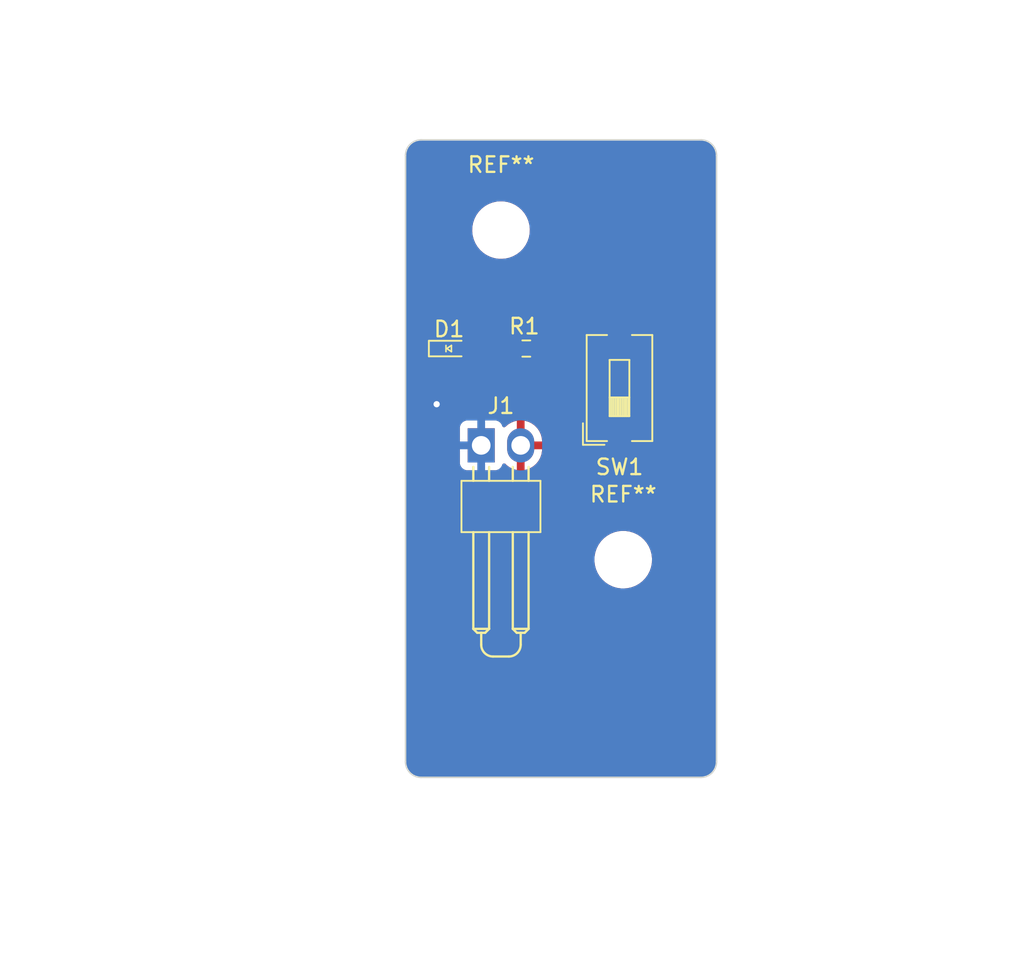
<source format=kicad_pcb>
(kicad_pcb (version 20221018) (generator pcbnew)
  (title_block (title "LED Project") (date "2022-08-16") (rev "0.0") (company "Illini Solar Car") (comment 1 "Designed By: Gavin Tian"))
  (layers (0 "F.Cu" signal) (31 "B.Cu" signal) (34 "B.Paste" user) (35 "F.Paste" user) (36 "B.SilkS" user "B.Silkscreen") (37 "F.SilkS" user "F.Silkscreen") (38 "B.Mask" user) (39 "F.Mask" user) (44 "Edge.Cuts" user))
  (net 0 "")
  (net 1 "GND")
  (net 2 "Net-(D1-A)")
  (net 3 "+3V3")
  (net 4 "Net-(R1-Pad1)")
  (footprint "layout:Molex_KK-254_1x02_P2.54mm_Horizontal" (layer "F.Cu") (at 102.866 64.6475)
    (fp_text reference "J1" (at 1.27 -2.54) (layer "F.SilkS"))
    (fp_text value "Conn_01x02")
    (fp_line (start -1.27 2.28) (end -1.27 5.58) (stroke (width 0.12)) (layer "F.SilkS"))
    (fp_line (start -1.27 2.28) (end 3.81 2.28) (stroke (width 0.12)) (layer "F.SilkS"))
    (fp_line (start -0.508 1.388) (end -0.508 2.28) (stroke (width 0.15)) (layer "F.SilkS"))
    (fp_line (start -0.508 11.802) (end -0.508 5.582) (stroke (width 0.15)) (layer "F.SilkS"))
    (fp_line (start -0.508 11.802) (end 0.508 11.802) (stroke (width 0.15)) (layer "F.SilkS"))
    (fp_line (start -0.254 12.056) (end -0.508 11.802) (stroke (width 0.15)) (layer "F.SilkS"))
    (fp_line (start 0 12.056) (end -0.254 12.056) (stroke (width 0.15)) (layer "F.SilkS"))
    (fp_line (start 0 12.056) (end 0 12.818) (stroke (width 0.15)) (layer "F.SilkS"))
    (fp_line (start 0.254 12.056) (end 0 12.056) (stroke (width 0.15)) (layer "F.SilkS"))
    (fp_line (start 0.508 2.28) (end 0.508 1.388) (stroke (width 0.15)) (layer "F.SilkS"))
    (fp_line (start 0.508 5.582) (end 0.508 11.802) (stroke (width 0.15)) (layer "F.SilkS"))
    (fp_line (start 0.508 11.802) (end 0.254 12.056) (stroke (width 0.15)) (layer "F.SilkS"))
    (fp_line (start 0.762 13.58) (end 1.778 13.58) (stroke (width 0.15)) (layer "F.SilkS"))
    (fp_line (start 2.032 2.28) (end 2.032 1.388) (stroke (width 0.15)) (layer "F.SilkS"))
    (fp_line (start 2.032 5.582) (end 2.032 11.802) (stroke (width 0.15)) (layer "F.SilkS"))
    (fp_line (start 2.032 11.802) (end 2.286 12.056) (stroke (width 0.15)) (layer "F.SilkS"))
    (fp_line (start 2.286 12.056) (end 2.794 12.056) (stroke (width 0.15)) (layer "F.SilkS"))
    (fp_line (start 2.54 12.056) (end 2.54 12.818) (stroke (width 0.15)) (layer "F.SilkS"))
    (fp_line (start 2.794 12.056) (end 3.048 11.802) (stroke (width 0.15)) (layer "F.SilkS"))
    (fp_line (start 3.048 2.28) (end 3.048 1.388) (stroke (width 0.15)) (layer "F.SilkS"))
    (fp_line (start 3.048 11.802) (end 2.032 11.802) (stroke (width 0.15)) (layer "F.SilkS"))
    (fp_line (start 3.048 11.802) (end 3.048 5.582) (stroke (width 0.15)) (layer "F.SilkS"))
    (fp_line (start 3.81 2.28) (end 3.81 5.58) (stroke (width 0.12)) (layer "F.SilkS"))
    (fp_line (start 3.81 5.58) (end -1.27 5.58) (stroke (width 0.12)) (layer "F.SilkS"))
    (fp_arc (start 0.762 13.58) (mid 0.223185 13.356815) (end 0 12.818) (stroke (width 0.15)) (layer "F.SilkS"))
    (fp_arc (start 2.54 12.818) (mid 2.316815 13.356815) (end 1.778 13.58) (stroke (width 0.15)) (layer "F.SilkS"))
    (pad "1" thru_hole rect (at 0 0) (size 1.74 2.2) (drill 1.2) (layers "*.Cu" "*.Mask") (net 1 "GND"))
    (pad "2" thru_hole oval (at 2.54 0) (size 1.74 2.2) (drill 1.2) (layers "*.Cu" "*.Mask") (net 3 "+3V3"))
  )
  (footprint "layout:LED_0603_Symbol_on_F.SilkS" (layer "F.Cu") (at 100.8 58.42)
    (fp_text reference "D1" (at 0 -1.25) (layer "F.SilkS"))
    (fp_text value "LED")
    (fp_line (start -1.3 -0.5) (end -1.3 0.5) (stroke (width 0.12)) (layer "F.SilkS"))
    (fp_line (start -1.3 -0.5) (end 0.8 -0.5) (stroke (width 0.12)) (layer "F.SilkS"))
    (fp_line (start -1.3 0.5) (end 0.8 0.5) (stroke (width 0.12)) (layer "F.SilkS"))
    (fp_line (start -0.2 -0.2) (end -0.2 0.2) (stroke (width 0.1)) (layer "F.SilkS"))
    (fp_line (start -0.15 0) (end 0.15 -0.2) (stroke (width 0.1)) (layer "F.SilkS"))
    (fp_line (start 0.15 -0.2) (end 0.15 0.2) (stroke (width 0.1)) (layer "F.SilkS"))
    (fp_line (start 0.15 0.2) (end -0.15 0) (stroke (width 0.1)) (layer "F.SilkS"))
    (pad "1" smd rect (at -0.8 0 180) (size 0.8 0.8) (layers "F.Cu" "F.Paste" "F.Mask") (net 1 "GND"))
    (pad "2" smd rect (at 0.8 0 180) (size 0.8 0.8) (layers "F.Cu" "F.Paste" "F.Mask") (net 2 "Net-(D1-A)"))
  )
  (footprint "MountingHole:MountingHole_3.2mm_M3" (layer "F.Cu") (at 112 72)
    (fp_text reference "REF**" (at 0 -4.2) (layer "F.SilkS"))
    (fp_text value "MountingHole_3.2mm_M3")
    (pad "" np_thru_hole circle (at 0 0) (size 3.2 3.2) (drill 3.2) (layers "F&B.Cu" "*.Mask"))
  )
  (footprint "Button_Switch_SMD:SW_DIP_SPSTx01_Slide_6.7x4.1mm_W6.73mm_P2.54mm_LowProfile_JPin" (layer "F.Cu") (at 111.76 60.96 90)
    (fp_text reference "SW1" (at -5.08 0 180) (layer "F.SilkS"))
    (fp_text value "SW_Push")
    (fp_line (start -3.65 -2.35) (end -3.65 -0.967) (stroke (width 0.12)) (layer "F.SilkS"))
    (fp_line (start -3.65 -2.35) (end -2.267 -2.35) (stroke (width 0.12)) (layer "F.SilkS"))
    (fp_line (start -3.41 -2.11) (end -3.41 -0.8) (stroke (width 0.12)) (layer "F.SilkS"))
    (fp_line (start -3.41 -2.11) (end 3.41 -2.11) (stroke (width 0.12)) (layer "F.SilkS"))
    (fp_line (start -3.41 0.8) (end -3.41 2.11) (stroke (width 0.12)) (layer "F.SilkS"))
    (fp_line (start -3.41 2.11) (end 3.41 2.11) (stroke (width 0.12)) (layer "F.SilkS"))
    (fp_line (start -1.81 -0.635) (end -1.81 0.635) (stroke (width 0.12)) (layer "F.SilkS"))
    (fp_line (start -1.81 -0.515) (end -0.603333 -0.515) (stroke (width 0.12)) (layer "F.SilkS"))
    (fp_line (start -1.81 -0.395) (end -0.603333 -0.395) (stroke (width 0.12)) (layer "F.SilkS"))
    (fp_line (start -1.81 -0.275) (end -0.603333 -0.275) (stroke (width 0.12)) (layer "F.SilkS"))
    (fp_line (start -1.81 -0.155) (end -0.603333 -0.155) (stroke (width 0.12)) (layer "F.SilkS"))
    (fp_line (start -1.81 -0.035) (end -0.603333 -0.035) (stroke (width 0.12)) (layer "F.SilkS"))
    (fp_line (start -1.81 0.085) (end -0.603333 0.085) (stroke (width 0.12)) (layer "F.SilkS"))
    (fp_line (start -1.81 0.205) (end -0.603333 0.205) (stroke (width 0.12)) (layer "F.SilkS"))
    (fp_line (start -1.81 0.325) (end -0.603333 0.325) (stroke (width 0.12)) (layer "F.SilkS"))
    (fp_line (start -1.81 0.445) (end -0.603333 0.445) (stroke (width 0.12)) (layer "F.SilkS"))
    (fp_line (start -1.81 0.565) (end -0.603333 0.565) (stroke (width 0.12)) (layer "F.SilkS"))
    (fp_line (start -1.81 0.635) (end 1.81 0.635) (stroke (width 0.12)) (layer "F.SilkS"))
    (fp_line (start -0.603333 -0.635) (end -0.603333 0.635) (stroke (width 0.12)) (layer "F.SilkS"))
    (fp_line (start 1.81 -0.635) (end -1.81 -0.635) (stroke (width 0.12)) (layer "F.SilkS"))
    (fp_line (start 1.81 0.635) (end 1.81 -0.635) (stroke (width 0.12)) (layer "F.SilkS"))
    (fp_line (start 3.41 -2.11) (end 3.41 -0.8) (stroke (width 0.12)) (layer "F.SilkS"))
    (fp_line (start 3.41 0.8) (end 3.41 2.11) (stroke (width 0.12)) (layer "F.SilkS"))
    (pad "1" smd rect (at -3.365 0 90) (size 2.16 1.12) (layers "F.Cu" "F.Paste" "F.Mask") (net 3 "+3V3"))
    (pad "2" smd rect (at 3.365 0 90) (size 2.16 1.12) (layers "F.Cu" "F.Paste" "F.Mask") (net 4 "Net-(R1-Pad1)"))
  )
  (footprint "Resistor_SMD:R_0603_1608Metric_Pad0.98x0.95mm_HandSolder" (layer "F.Cu") (at 105.7675 58.42)
    (fp_text reference "R1" (at -0.13 -1.43) (layer "F.SilkS"))
    (fp_text value "105")
    (fp_line (start -0.254724 -0.5225) (end 0.254724 -0.5225) (stroke (width 0.12)) (layer "F.SilkS"))
    (fp_line (start -0.254724 0.5225) (end 0.254724 0.5225) (stroke (width 0.12)) (layer "F.SilkS"))
    (pad "1" smd roundrect (at -0.9125 0) (size 0.975 0.95) (layers "F.Cu" "F.Paste" "F.Mask") (net 4 "Net-(R1-Pad1)"))
    (pad "2" smd roundrect (at 0.9125 0) (size 0.975 0.95) (layers "F.Cu" "F.Paste" "F.Mask") (net 2 "Net-(D1-A)"))
  )
  (footprint "MountingHole:MountingHole_3.2mm_M3" (layer "F.Cu") (at 104.14 50.8)
    (fp_text reference "REF**" (at 0 -4.2) (layer "F.SilkS"))
    (fp_text value "MountingHole_3.2mm_M3")
    (pad "" np_thru_hole circle (at 0 0) (size 3.2 3.2) (drill 3.2) (layers "F&B.Cu" "*.Mask"))
  )
  (gr_arc (start 118 85) (mid 117.707107 85.707107) (end 117 86) (stroke (width 0.1)) (layer "Edge.Cuts"))
  (gr_arc (start 98 46) (mid 98.292893 45.292893) (end 99 45) (stroke (width 0.1)) (layer "Edge.Cuts"))
  (gr_arc (start 117 45) (mid 117.707107 45.292893) (end 118 46) (stroke (width 0.1)) (layer "Edge.Cuts"))
  (gr_arc (start 99 86) (mid 98.292893 85.707107) (end 98 85) (stroke (width 0.1)) (layer "Edge.Cuts"))
  (gr_line (start 118 85) (end 118 46) (stroke (width 0.1)) (layer "Edge.Cuts"))
  (gr_line (start 99 86) (end 117.000001 86) (stroke (width 0.1)) (layer "Edge.Cuts"))
  (gr_line (start 98 46) (end 98 85) (stroke (width 0.1)) (layer "Edge.Cuts"))
  (gr_line (start 99 45) (end 117 45) (stroke (width 0.1)) (layer "Edge.Cuts"))
  (segment (start 100 58.42) (end 100 62) (width 0.25) (layer "F.Cu") (net 1))
  (via (at 100 62) (size 0.8) (drill 0.4) (layers "F.Cu" "B.Cu") (net 1))
  (segment (start 103 61) (end 101.6 59.6) (width 0.25) (layer "F.Cu") (net 2))
  (segment (start 101.6 59.6) (end 101.6 58.42) (width 0.25) (layer "F.Cu") (net 2))
  (segment (start 106.68 59.32) (end 105 61) (width 0.25) (layer "F.Cu") (net 2))
  (segment (start 105 61) (end 103 61) (width 0.25) (layer "F.Cu") (net 2))
  (segment (start 106.68 58.42) (end 106.68 59.32) (width 0.25) (layer "F.Cu") (net 2))
  (segment (start 105.406 64.6475) (end 111.4375 64.6475) (width 0.25) (layer "F.Cu") (net 3))
  (segment (start 111.4375 64.6475) (end 111.76 64.325) (width 0.25) (layer "F.Cu") (net 3))
  (segment (start 111.76 57.595) (end 109.165 55) (width 0.25) (layer "F.Cu") (net 4))
  (segment (start 107 55) (end 104.855 57.145) (width 0.25) (layer "F.Cu") (net 4))
  (segment (start 104.855 57.145) (end 104.855 58.42) (width 0.25) (layer "F.Cu") (net 4))
  (segment (start 109.165 55) (end 107 55) (width 0.25) (layer "F.Cu") (net 4))
  (zone (net 3) (net_name "+3V3") (layer "F.Cu") (connect_pads (clearance 0.508)) (min_thickness 0.25) (fill yes (thermal_gap 0.5) (thermal_bridge_width 0.5))
    (polygon (pts (xy 98 45) (xy 118 45) (xy 118 86) (xy 98 86)))
  )
  (zone (net 1) (net_name "GND") (layer "B.Cu") (priority 1) (connect_pads (clearance 0.508)) (min_thickness 0.25) (fill yes (thermal_gap 0.5) (thermal_bridge_width 0.5))
    (polygon (pts (xy 98 45) (xy 118 45) (xy 118 86) (xy 98 86)))
  )
)
</source>
